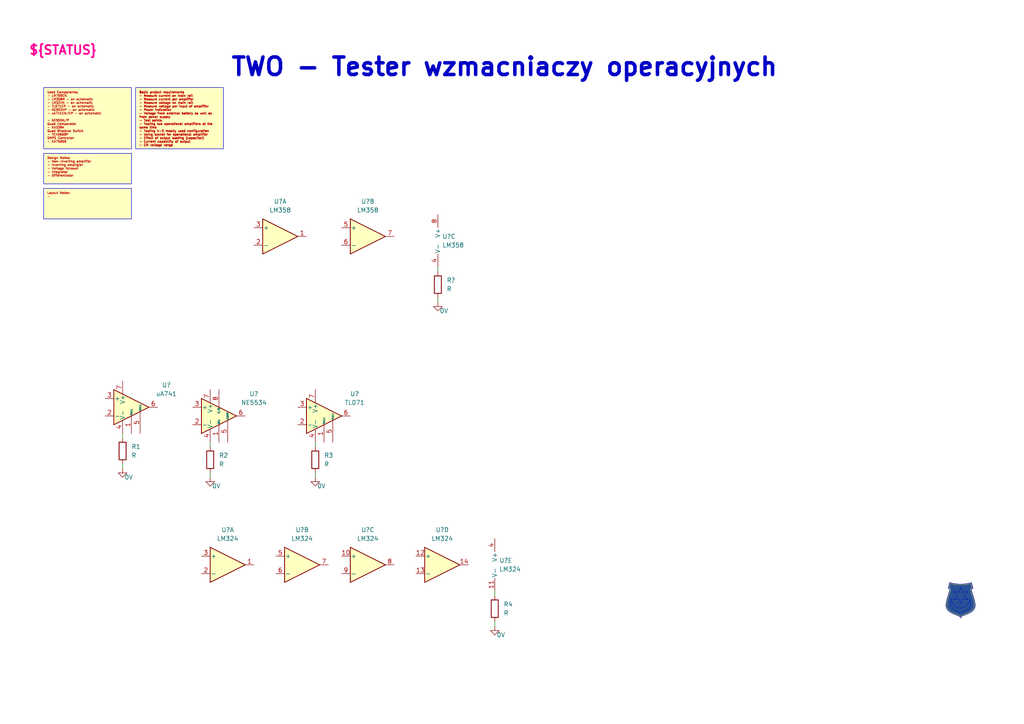
<source format=kicad_sch>
(kicad_sch (version 20250114) (generator "eeschema") (generator_version "9.0")
  (paper "A4")
  (title_block (title "${TITLE}") (date "2025-03-28") (rev "${REVISION}") (company "${COMPANY}"))
  (lib_symbols
    (symbol "Amplifier_Operational:LM324" (pin_names (offset 0.127))
      (property "Reference" "U" (at 0 5.08 0))
      (property "Value" "LM324" (at 0 -5.08 0))
      (symbol "LM324_1_1"
        (polyline (pts (xy -5.08 5.08) (xy 5.08 0) (xy -5.08 -5.08) (xy -5.08 5.08)) (stroke (width 0.254)) (fill (type background)))
        (pin input line (at -7.62 2.54 0) (length 2.54) (name "+") (number "3"))
        (pin input line (at -7.62 -2.54 0) (length 2.54) (name "-") (number "2"))
        (pin output line (at 7.62 0 180) (length 2.54) (name "~") (number "1"))
      )
      (symbol "LM324_2_1"
        (polyline (pts (xy -5.08 5.08) (xy 5.08 0) (xy -5.08 -5.08) (xy -5.08 5.08)) (stroke (width 0.254)) (fill (type background)))
        (pin input line (at -7.62 2.54 0) (length 2.54) (name "+") (number "5"))
        (pin input line (at -7.62 -2.54 0) (length 2.54) (name "-") (number "6"))
        (pin output line (at 7.62 0 180) (length 2.54) (name "~") (number "7"))
      )
      (symbol "LM324_3_1"
        (polyline (pts (xy -5.08 5.08) (xy 5.08 0) (xy -5.08 -5.08) (xy -5.08 5.08)) (stroke (width 0.254)) (fill (type background)))
        (pin input line (at -7.62 2.54 0) (length 2.54) (name "+") (number "10"))
        (pin input line (at -7.62 -2.54 0) (length 2.54) (name "-") (number "9"))
        (pin output line (at 7.62 0 180) (length 2.54) (name "~") (number "8"))
      )
      (symbol "LM324_4_1"
        (polyline (pts (xy -5.08 5.08) (xy 5.08 0) (xy -5.08 -5.08) (xy -5.08 5.08)) (stroke (width 0.254)) (fill (type background)))
        (pin input line (at -7.62 2.54 0) (length 2.54) (name "+") (number "12"))
        (pin input line (at -7.62 -2.54 0) (length 2.54) (name "-") (number "13"))
        (pin output line (at 7.62 0 180) (length 2.54) (name "~") (number "14"))
      )
      (symbol "LM324_5_1"
        (pin power_in line (at -2.54 7.62 270) (length 3.81) (name "V+") (number "4"))
        (pin power_in line (at -2.54 -7.62 90) (length 3.81) (name "V-") (number "11"))
      )
    )
    (symbol "Amplifier_Operational:LM358" (pin_names (offset 0.127))
      (property "Reference" "U" (at 0 5.08 0))
      (property "Value" "LM358" (at 0 -5.08 0))
      (symbol "LM358_1_1"
        (polyline (pts (xy -5.08 5.08) (xy 5.08 0) (xy -5.08 -5.08) (xy -5.08 5.08)) (stroke (width 0.254)) (fill (type background)))
        (pin input line (at -7.62 2.54 0) (length 2.54) (name "+") (number "3"))
        (pin input line (at -7.62 -2.54 0) (length 2.54) (name "-") (number "2"))
        (pin output line (at 7.62 0 180) (length 2.54) (name "~") (number "1"))
      )
      (symbol "LM358_2_1"
        (polyline (pts (xy -5.08 5.08) (xy 5.08 0) (xy -5.08 -5.08) (xy -5.08 5.08)) (stroke (width 0.254)) (fill (type background)))
        (pin input line (at -7.62 2.54 0) (length 2.54) (name "+") (number "5"))
        (pin input line (at -7.62 -2.54 0) (length 2.54) (name "-") (number "6"))
        (pin output line (at 7.62 0 180) (length 2.54) (name "~") (number "7"))
      )
      (symbol "LM358_3_1"
        (pin power_in line (at -2.54 7.62 270) (length 3.81) (name "V+") (number "8"))
        (pin power_in line (at -2.54 -7.62 90) (length 3.81) (name "V-") (number "4"))
      )
    )
    (symbol "Amplifier_Operational:LM741" (pin_names (offset 0.127))
      (property "Reference" "U" (at 0 6.35 0))
      (property "Value" "LM741" (at 0 3.81 0))
      (symbol "LM741_0_1"
        (polyline (pts (xy -5.08 5.08) (xy 5.08 0) (xy -5.08 -5.08) (xy -5.08 5.08)) (stroke (width 0.254)) (fill (type background)))
      )
      (symbol "LM741_1_1"
        (pin input line (at -7.62 2.54 0) (length 2.54) (name "+") (number "3"))
        (pin input line (at -7.62 -2.54 0) (length 2.54) (name "-") (number "2"))
        (pin power_in line (at -2.54 7.62 270) (length 3.81) (name "V+") (number "7"))
        (pin power_in line (at -2.54 -7.62 90) (length 3.81) (name "V-") (number "4"))
        (pin no_connect line (at 0 2.54 270) (length 2.54) (hide yes) (name "NC") (number "8"))
        (pin input line (at 0 -7.62 90) (length 5.08) (name "NULL") (number "1"))
        (pin input line (at 2.54 -7.62 90) (length 6.35) (name "NULL") (number "5"))
        (pin output line (at 7.62 0 180) (length 2.54) (name "~") (number "6"))
      )
    )
    (symbol "Amplifier_Operational:NE5534" (pin_names (offset 0.127))
      (property "Reference" "U" (at 1.27 6.35 0))
      (property "Value" "NE5534" (at 1.27 3.81 0))
      (symbol "NE5534_0_1"
        (polyline (pts (xy -5.08 5.08) (xy 5.08 0) (xy -5.08 -5.08) (xy -5.08 5.08)) (stroke (width 0.254)) (fill (type background)))
      )
      (symbol "NE5534_1_1"
        (pin input line (at -7.62 2.54 0) (length 2.54) (name "+") (number "3"))
        (pin input line (at -7.62 -2.54 0) (length 2.54) (name "-") (number "2"))
        (pin power_in line (at -2.54 7.62 270) (length 3.81) (name "V+") (number "7"))
        (pin power_in line (at -2.54 -7.62 90) (length 3.81) (name "V-") (number "4"))
        (pin input line (at 0 7.62 270) (length 5.08) (name "C/B") (number "8"))
        (pin input line (at 0 -7.62 90) (length 5.08) (name "BAL") (number "1"))
        (pin input line (at 2.54 -7.62 90) (length 6.35) (name "COMP") (number "5"))
        (pin output line (at 7.62 0 180) (length 2.54) (name "~") (number "6"))
      )
    )
    (symbol "Amplifier_Operational:TL071" (pin_names (offset 0.127))
      (property "Reference" "U" (at 0 6.35 0))
      (property "Value" "TL071" (at 0 3.81 0))
      (symbol "TL071_0_1"
        (polyline (pts (xy -5.08 5.08) (xy 5.08 0) (xy -5.08 -5.08) (xy -5.08 5.08)) (stroke (width 0.254)) (fill (type background)))
      )
      (symbol "TL071_1_1"
        (pin input line (at -7.62 2.54 0) (length 2.54) (name "+") (number "3"))
        (pin input line (at -7.62 -2.54 0) (length 2.54) (name "-") (number "2"))
        (pin power_in line (at -2.54 7.62 270) (length 3.81) (name "V+") (number "7"))
        (pin power_in line (at -2.54 -7.62 90) (length 3.81) (name "V-") (number "4"))
        (pin no_connect line (at 0 2.54 270) (length 2.54) (hide yes) (name "NC") (number "8"))
        (pin input line (at 0 -7.62 90) (length 5.08) (name "NULL") (number "1"))
        (pin input line (at 2.54 -7.62 90) (length 6.35) (name "NULL") (number "5"))
        (pin output line (at 7.62 0 180) (length 2.54) (name "~") (number "6"))
      )
    )
    (symbol "Device:R" (pin_numbers (hide yes)) (pin_names (offset 0))
      (property "Reference" "R" (at 2.032 0 90))
      (property "Value" "R" (at 0 0 90))
      (symbol "R_0_1"
        (rectangle (start -1.016 -2.54) (end 1.016 2.54) (stroke (width 0.254)))
      )
      (symbol "R_1_1"
        (pin passive line (at 0 3.81 270) (length 1.27) (name "~") (number "1"))
        (pin passive line (at 0 -3.81 90) (length 1.27) (name "~") (number "2"))
      )
    )
    (symbol "power:GND" (power) (pin_numbers (hide yes)) (pin_names (offset 0) (hide yes))
      (property "Value" "GND" (at 0 -3.81 0))
      (symbol "GND_0_1"
        (polyline (pts (xy 0 0) (xy 0 -1.27) (xy 1.27 -1.27) (xy 0 -2.54) (xy -1.27 -1.27) (xy 0 -1.27)))
      )
      (symbol "GND_1_1"
        (pin power_in line (at 0 0 270) (length 0) (name "~") (number "1"))
      )
    )
  )
  (polyline (pts (xy 279.0862 171.7717) (xy 280.7682 171.5327) (xy 279.5662 172.7277) (xy 280.7682 173.9234) (xy 279.0862 173.685) (xy 278.6048 175.1186) (xy 278.1248 173.685) (xy 276.4418 173.9234) (xy 277.6434 172.7277) (xy 276.4418 171.5327) (xy 278.1248 171.7717) (xy 278.6048 170.337) (xy 279.0862 171.7717)) (stroke (width 0.0079) (type solid)) (fill (type color) (color 255 215 0 1)))
  (polyline (pts (xy 281.6642 169.3669) (xy 281.7021 169.5228) (xy 281.7751 169.8354) (xy 281.8123 169.9914) (xy 281.8514 170.1469) (xy 281.8933 170.3013) (xy 281.9391 170.4545) (xy 281.9002 170.4667) (xy 281.8621 170.4817) (xy 281.8249 170.4993) (xy 281.7888 170.5195) (xy 281.7541 170.542) (xy 281.7209 170.5668) (xy 281.6894 170.5938) (xy 281.6599 170.6228) (xy 281.6325 170.6537) (xy 281.6075 170.6865) (xy 281.5851 170.7209) (xy 281.5749 170.7388) (xy 281.5654 170.757) (xy 281.5567 170.7756) (xy 281.5487 170.7945) (xy 281.5416 170.8137) (xy 281.5352 170.8333) (xy 281.5297 170.8532) (xy 281.5251 170.8734) (xy 281.5214 170.8939) (xy 281.5186 170.9146) (xy 281.5418 171.0817) (xy 281.5706 171.2476) (xy 281.6042 171.4125) (xy 281.6423 171.5765) (xy 281.7294 171.902) (xy 281.8275 172.2252) (xy 282.039 172.8679) (xy 282.1436 173.1894) (xy 282.2415 173.5121) (xy 282.3994 174.1231) (xy 282.4755 174.4325) (xy 282.51 174.588) (xy 282.541 174.7439) (xy 282.5678 174.9002) (xy 282.5895 175.0568) (xy 282.6052 175.2136) (xy 282.6142 175.3706) (xy 282.6157 175.5278) (xy 282.6088 175.6851) (xy 282.5927 175.8423) (xy 282.5666 175.9996) (xy 282.5441 176.0838) (xy 282.5179 176.1659) (xy 282.4881 176.2458) (xy 282.4548 176.3236) (xy 282.4182 176.3993) (xy 282.3785 176.473) (xy 282.3357 176.5447) (xy 282.2901 176.6144) (xy 282.1905 176.7481) (xy 282.0809 176.8743) (xy 281.9623 176.9935) (xy 281.8358 177.1058) (xy 281.7024 177.2117) (xy 281.5632 177.3113) (xy 281.4193 177.405) (xy 281.2717 177.4931) (xy 281.1214 177.5759) (xy 280.9696 177.6537) (xy 280.8174 177.7268) (xy 280.6656 177.7954) (xy 280.5416 177.8546) (xy 280.4157 177.9103) (xy 280.16 178.0143) (xy 279.6436 178.2122) (xy 279.3889 178.3175) (xy 279.2639 178.3742) (xy 279.1408 178.4346) (xy 279.0201 178.4993) (xy 278.9021 178.5691) (xy 278.7873 178.6447) (xy 278.676 178.7268) (xy 278.6682 178.7396) (xy 278.6604 178.7506) (xy 278.6526 178.76) (xy 278.6449 178.7677) (xy 278.6371 178.774) (xy 278.6293 178.7788) (xy 278.6216 178.7822) (xy 278.6138 178.7844) (xy 278.6061 178.7854) (xy 278.5983 178.7852) (xy 278.5905 178.784) (xy 278.5827 178.7819) (xy 278.5748 178.7788) (xy 278.567 178.7749) (xy 278.5591 178.7702) (xy 278.5511 178.7649) (xy 278.5351 178.7526) (xy 278.5189 178.7385) (xy 278.4857 178.7075) (xy 278.4687 178.6918) (xy 278.4514 178.6767) (xy 278.4337 178.663) (xy 278.4247 178.6568) (xy 278.4156 178.6512) (xy 278.2698 178.5609) (xy 278.1205 178.4772) (xy 277.9684 178.3992) (xy 277.8137 178.3259) (xy 277.4986 178.1903) (xy 277.1788 178.0634) (xy 276.8579 177.9379) (xy 276.5397 177.8068) (xy 276.3826 177.737) (xy 276.2275 177.6632) (xy 276.0748 177.5844) (xy 275.9251 177.4998) (xy 275.7951 177.4244) (xy 275.6668 177.3429) (xy 275.5413 177.2552) (xy 275.4194 177.1615) (xy 275.3021 177.062) (xy 275.1902 176.9567) (xy 275.0847 176.8458) (xy 274.9865 176.7293) (xy 274.8965 176.6075) (xy 274.8156 176.4804) (xy 274.7448 176.3481) (xy 274.7134 176.2801) (xy 274.6849 176.2109) (xy 274.6594 176.1404) (xy 274.6369 176.0687) (xy 274.6176 175.9958) (xy 274.6017 175.9217) (xy 274.5892 175.8465) (xy 274.5802 175.7701) (xy 274.5749 175.6925) (xy 274.5733 175.6139) (xy 274.5836 175.3329) (xy 274.6085 175.0547) (xy 274.6465 174.7789) (xy 274.6959 174.5053) (xy 274.7552 174.2335) (xy 274.8229 173.9632) (xy 274.977 173.4263) (xy 275.3171 172.3584) (xy 275.4781 171.8228) (xy 275.5508 171.5535) (xy 275.6163 171.283) (xy 275.63 171.2532) (xy 275.6419 171.223) (xy 275.6519 171.1922) (xy 275.6602 171.161) (xy 275.6668 171.1294) (xy 275.6716 171.0977) (xy 275.6747 171.0657) (xy 275.6761 171.0337) (xy 275.6759 171.0017) (xy 275.674 170.9698) (xy 275.6705 170.938) (xy 275.6654 170.9066) (xy 275.6587 170.8754) (xy 275.6505 170.8447) (xy 275.6407 170.8145) (xy 275.6295 170.7849) (xy 275.6167 170.756) (xy 275.6025 170.7278) (xy 275.5869 170.7005) (xy 275.5698 170.6741) (xy 275.5513 170.6487) (xy 275.5314 170.6245) (xy 275.5102 170.6014) (xy 275.4876 170.5796) (xy 275.4638 170.5591) (xy 275.4386 170.54) (xy 275.4121 170.5225) (xy 275.3845 170.5066) (xy 275.3555 170.4924) (xy 275.3254 170.4799) (xy 275.2941 170.4693) (xy 275.2616 170.4607) (xy 275.2945 170.3082) (xy 275.3304 170.1537) (xy 275.4084 169.8407) (xy 275.4892 169.5258) (xy 275.5667 169.213) (xy 275.9356 169.3134) (xy 276.3079 169.4005) (xy 276.6833 169.4743) (xy 277.0611 169.5347) (xy 277.4409 169.5818) (xy 277.8222 169.6156) (xy 278.2046 169.636) (xy 278.5874 169.643) (xy 278.9702 169.6367) (xy 279.3525 169.617) (xy 279.7338 169.5838) (xy 280.1136 169.5373) (xy 280.4915 169.4773) (xy 280.8668 169.4039) (xy 281.2391 169.317) (xy 281.6079 169.2167) (xy 281.624 169.2118) (xy 281.6642 169.3669)) (stroke (width 0.0714) (type solid) (color 255 215 0 1)))
  (polyline (pts (xy 275.4346 168.9299) (xy 275.4364 168.93) (xy 275.4382 168.9302) (xy 275.44 168.9305) (xy 275.4418 168.9309) (xy 275.4436 168.9313) (xy 275.8639 169.05) (xy 276.2711 169.1508) (xy 276.6677 169.234) (xy 277.0565 169.3002) (xy 277.4405 169.3496) (xy 277.8222 169.3827) (xy 278.2045 169.3999) (xy 278.5902 169.4017) (xy 278.6061 169.4019) (xy 278.6146 169.4018) (xy 278.6189 169.4018) (xy 278.6205 169.4018) (xy 278.6221 169.4018) (xy 278.6233 169.4019) (xy 278.6238 169.4019) (xy 278.6241 169.402) (xy 279.0094 169.4001) (xy 279.3914 169.3828) (xy 279.7729 169.3496) (xy 280.1567 169.3002) (xy 280.5455 169.234) (xy 280.9421 169.1508) (xy 281.3492 169.05) (xy 281.7695 168.9313) (xy 281.7713 168.9309) (xy 281.7731 168.9305) (xy 281.7749 168.9302) (xy 281.7767 168.93) (xy 281.7785 168.9299) (xy 281.7803 168.9298) (xy 281.7821 168.9299) (xy 281.7839 168.9301) (xy 281.7856 168.9303) (xy 281.7874 168.9306) (xy 281.7892 168.9311) (xy 281.7909 168.9316) (xy 281.7926 168.9322) (xy 281.7943 168.9329) (xy 281.7959 168.9336) (xy 281.7975 168.9345) (xy 281.7991 168.9355) (xy 281.8006 168.9365) (xy 281.8021 168.9376) (xy 281.8035 168.9387) (xy 281.8048 168.9399) (xy 281.806 168.9412) (xy 281.8072 168.9426) (xy 281.8084 168.944) (xy 281.8094 168.9454) (xy 281.8104 168.9469) (xy 281.8113 168.9485) (xy 281.8121 168.9501) (xy 281.8129 168.9517) (xy 281.8135 168.9534) (xy 281.8141 168.9551) (xy 281.8146 168.9569) (xy 282.2374 170.6399) (xy 282.2379 170.642) (xy 282.2382 170.644) (xy 282.2384 170.646) (xy 282.2385 170.648) (xy 282.2385 170.6501) (xy 282.2384 170.6521) (xy 282.2381 170.6541) (xy 282.2377 170.6561) (xy 282.2373 170.658) (xy 282.2367 170.66) (xy 282.236 170.6619) (xy 282.2352 170.6638) (xy 282.2343 170.6656) (xy 282.2333 170.6673) (xy 282.2322 170.6691) (xy 282.2309 170.6707) (xy 282.2296 170.6723) (xy 282.2282 170.6738) (xy 282.2268 170.6752) (xy 282.2252 170.6766) (xy 282.2236 170.6778) (xy 282.2219 170.6789) (xy 282.2202 170.68) (xy 282.2184 170.6809) (xy 282.2166 170.6817) (xy 282.2147 170.6825) (xy 282.2128 170.6831) (xy 282.2108 170.6836) (xy 282.2088 170.684) (xy 282.2068 170.6843) (xy 282.2047 170.6845) (xy 282.2027 170.6845) (xy 282.167 170.685) (xy 282.1331 170.6863) (xy 282.1009 170.6885) (xy 282.0704 170.6916) (xy 282.0416 170.6956) (xy 282.0144 170.7005) (xy 281.9888 170.7063) (xy 281.9648 170.7131) (xy 281.9424 170.7208) (xy 281.9317 170.725) (xy 281.9214 170.7294) (xy 281.9115 170.7341) (xy 281.902 170.739) (xy 281.8929 170.7442) (xy 281.8841 170.7496) (xy 281.8757 170.7552) (xy 281.8676 170.7611) (xy 281.8599 170.7672) (xy 281.8526 170.7736) (xy 281.8456 170.7802) (xy 281.8389 170.787) (xy 281.8326 170.7941) (xy 281.8267 170.8015) (xy 281.8146 170.8187) (xy 281.8041 170.8375) (xy 281.7951 170.8577) (xy 281.7875 170.8794) (xy 281.7815 170.9027) (xy 281.777 170.9276) (xy 281.774 170.954) (xy 281.7725 170.9822) (xy 281.7725 171.012) (xy 281.774 171.0435) (xy 281.777 171.0768) (xy 281.7815 171.1119) (xy 281.7875 171.1488) (xy 281.795 171.1875) (xy 281.804 171.2281) (xy 281.8145 171.2706) (xy 281.8582 171.4349) (xy 281.9045 171.6002) (xy 282.0028 171.9323) (xy 282.1061 172.2641) (xy 282.211 172.5931) (xy 282.4518 173.362) (xy 282.5636 173.7498) (xy 282.6642 174.1389) (xy 282.709 174.3338) (xy 282.7495 174.5287) (xy 282.7852 174.7237) (xy 282.8155 174.9186) (xy 282.84 175.1134) (xy 282.8581 175.3079) (xy 282.8694 175.5022) (xy 282.8732 175.696) (xy 282.8732 175.6968) (xy 282.8732 175.6976) (xy 282.8732 175.6983) (xy 282.8732 175.699) (xy 282.859 175.8265) (xy 282.8384 175.951) (xy 282.8111 176.0728) (xy 282.7771 176.1917) (xy 282.7365 176.3079) (xy 282.6892 176.4214) (xy 282.6352 176.5323) (xy 282.5745 176.6405) (xy 282.5069 176.7462) (xy 282.4326 176.8494) (xy 282.3514 176.9501) (xy 282.2634 177.0484) (xy 282.1685 177.1444) (xy 282.0666 177.238) (xy 281.9578 177.3294) (xy 281.842 177.4185) (xy 281.7382 177.4925) (xy 281.6317 177.5635) (xy 281.5228 177.6317) (xy 281.4119 177.6971) (xy 281.2991 177.7601) (xy 281.1849 177.8206) (xy 280.9532 177.935) (xy 280.7192 178.0417) (xy 280.4854 178.1418) (xy 280.0279 178.3271) (xy 279.7465 178.4401) (xy 279.6131 178.4951) (xy 279.4855 178.5495) (xy 279.3644 178.6036) (xy 279.2503 178.6578) (xy 279.144 178.7124) (xy 279.0461 178.7676) (xy 279.0005 178.7956) (xy 278.9572 178.8238) (xy 278.9164 178.8524) (xy 278.8781 178.8814) (xy 278.8424 178.9107) (xy 278.8094 178.9405) (xy 278.7791 178.9708) (xy 278.7516 179.0016) (xy 278.7271 179.0329) (xy 278.7056 179.0649) (xy 278.6871 179.0975) (xy 278.6719 179.1307) (xy 278.6599 179.1647) (xy 278.6512 179.1995) (xy 278.6459 179.235) (xy 278.6441 179.2714) (xy 278.6441 179.2732) (xy 278.644 179.275) (xy 278.6437 179.2768) (xy 278.6434 179.2785) (xy 278.643 179.2802) (xy 278.6426 179.2818) (xy 278.642 179.2834) (xy 278.6414 179.285) (xy 278.6407 179.2866) (xy 278.6399 179.288) (xy 278.6391 179.2895) (xy 278.6382 179.2909) (xy 278.6372 179.2922) (xy 278.6362 179.2935) (xy 278.6351 179.2948) (xy 278.6339 179.296) (xy 278.6327 179.2971) (xy 278.6314 179.2982) (xy 278.6301 179.2992) (xy 278.6287 179.3002) (xy 278.6273 179.3011) (xy 278.6258 179.3019) (xy 278.6243 179.3027) (xy 278.6228 179.3034) (xy 278.6212 179.304) (xy 278.6196 179.3046) (xy 278.6179 179.3051) (xy 278.6162 179.3055) (xy 278.6145 179.3058) (xy 278.6127 179.306) (xy 278.6109 179.3062) (xy 278.6091 179.3063) (xy 278.609 179.3063) (xy 278.6088 179.3063) (xy 278.6087 179.3063) (xy 278.6085 179.3063) (xy 278.6082 179.3062) (xy 278.6079 179.3062) (xy 278.6075 179.3061) (xy 278.6072 179.3061) (xy 278.6069 179.306) (xy 278.6067 179.306) (xy 278.6065 179.306) (xy 278.6064 179.306) (xy 278.6062 179.306) (xy 278.6059 179.3061) (xy 278.6053 179.3062) (xy 278.605 179.3062) (xy 278.6046 179.3063) (xy 278.6045 179.3063) (xy 278.6043 179.3063) (xy 278.6041 179.3063) (xy 278.604 179.3063) (xy 278.6022 179.3062) (xy 278.6004 179.306) (xy 278.5986 179.3058) (xy 278.5969 179.3055) (xy 278.5952 179.3051) (xy 278.5935 179.3046) (xy 278.5919 179.304) (xy 278.5903 179.3034) (xy 278.5888 179.3027) (xy 278.5873 179.3019) (xy 278.5858 179.3011) (xy 278.5844 179.3002) (xy 278.583 179.2992) (xy 278.5817 179.2982) (xy 278.5804 179.2971) (xy 278.5792 179.296) (xy 278.5781 179.2948) (xy 278.577 179.2935) (xy 278.5759 179.2922) (xy 278.575 179.2909) (xy 278.5741 179.2895) (xy 278.5732 179.288) (xy 278.5725 179.2866) (xy 278.5718 179.285) (xy 278.5711 179.2834) (xy 278.5706 179.2818) (xy 278.5701 179.2802) (xy 278.5697 179.2785) (xy 278.5694 179.2768) (xy 278.5692 179.275) (xy 278.5691 179.2732) (xy 278.569 179.2714) (xy 278.5673 179.235) (xy 278.562 179.1995) (xy 278.5533 179.1647) (xy 278.5413 179.1307) (xy 278.526 179.0975) (xy 278.5076 179.0649) (xy 278.4861 179.0329) (xy 278.4615 179.0016) (xy 278.4038 178.9405) (xy 278.3351 178.8814) (xy 278.2559 178.8238) (xy 278.1671 178.7676) (xy 278.0692 178.7124) (xy 277.9628 178.6578) (xy 277.8488 178.6036) (xy 277.7276 178.5495) (xy 277.4667 178.4401) (xy 277.1852 178.3271) (xy 276.7277 178.1418) (xy 276.4939 178.0417) (xy 276.2599 177.935) (xy 276.0282 177.8206) (xy 275.9139 177.7601) (xy 275.8012 177.6971) (xy 275.6902 177.6317) (xy 275.5813 177.5635) (xy 275.4749 177.4925) (xy 275.3711 177.4185) (xy 275.2553 177.3294) (xy 275.1465 177.238) (xy 275.0446 177.1444) (xy 274.9497 177.0484) (xy 274.8617 176.9501) (xy 274.7805 176.8494) (xy 274.7062 176.7462) (xy 274.6386 176.6405) (xy 274.5779 176.5323) (xy 274.5239 176.4214) (xy 274.4766 176.3079) (xy 274.436 176.1917) (xy 274.4021 176.0728) (xy 274.3748 175.951) (xy 274.3541 175.8265) (xy 274.34 175.699) (xy 274.34 175.6987) (xy 274.3399 175.6983) (xy 274.3399 175.6979) (xy 274.3399 175.6976) (xy 274.3399 175.6972) (xy 274.3399 175.6968) (xy 274.3398 175.696) (xy 274.3437 175.5022) (xy 274.3549 175.3079) (xy 274.3731 175.1134) (xy 274.3975 174.9186) (xy 274.4279 174.7237) (xy 274.4636 174.5287) (xy 274.5041 174.3338) (xy 274.5489 174.1389) (xy 274.6495 173.7498) (xy 274.7613 173.362) (xy 275.0022 172.5931) (xy 275.107 172.2641) (xy 275.2102 171.9323) (xy 275.3086 171.6002) (xy 275.3548 171.4349) (xy 275.3986 171.2706) (xy 275.4091 171.2281) (xy 275.4181 171.1875) (xy 275.4256 171.1488) (xy 275.4316 171.1119) (xy 275.4361 171.0768) (xy 275.4391 171.0435) (xy 275.4406 171.012) (xy 275.4406 170.9822) (xy 275.4391 170.954) (xy 275.4361 170.9276) (xy 275.4316 170.9027) (xy 275.4256 170.8794) (xy 275.422 170.8683) (xy 275.4181 170.8577) (xy 275.4137 170.8474) (xy 275.409 170.8375) (xy 275.4039 170.8279) (xy 275.3985 170.8187) (xy 275.3926 170.8099) (xy 275.3864 170.8015) (xy 275.3742 170.787) (xy 275.3605 170.7736) (xy 275.3455 170.7611) (xy 275.329 170.7496) (xy 275.3111 170.739) (xy 275.2917 170.7294) (xy 275.2708 170.7208) (xy 275.2483 170.7131) (xy 275.2243 170.7063) (xy 275.1987 170.7005) (xy 275.1715 170.6956) (xy 275.1426 170.6916) (xy 275.1121 170.6885) (xy 275.0799 170.6863) (xy 275.046 170.685) (xy 275.0104 170.6845) (xy 275.0083 170.6845) (xy 275.0063 170.6843) (xy 275.0043 170.684) (xy 275.0023 170.6836) (xy 275.0003 170.6831) (xy 274.9984 170.6825) (xy 274.9965 170.6817) (xy 274.9947 170.6809) (xy 274.9929 170.68) (xy 274.9912 170.6789) (xy 274.9895 170.6778) (xy 274.9879 170.6766) (xy 274.9863 170.6752) (xy 274.9849 170.6738) (xy 274.9835 170.6723) (xy 274.9821 170.6707) (xy 274.9809 170.6691) (xy 274.9798 170.6673) (xy 274.9788 170.6656) (xy 274.9779 170.6638) (xy 274.9771 170.6619) (xy 274.9764 170.66) (xy 274.9758 170.658) (xy 274.9753 170.6561) (xy 274.975 170.6541) (xy 274.9747 170.6521) (xy 274.9746 170.6501) (xy 274.9746 170.648) (xy 274.9747 170.646) (xy 274.9749 170.644) (xy 274.9752 170.642) (xy 274.9757 170.6399) (xy 275.3985 168.9569) (xy 275.399 168.9551) (xy 275.3996 168.9534) (xy 275.4002 168.9517) (xy 275.401 168.9501) (xy 275.4018 168.9485) (xy 275.4027 168.9469) (xy 275.4037 168.9454) (xy 275.4047 168.944) (xy 275.4059 168.9426) (xy 275.4071 168.9412) (xy 275.4083 168.9399) (xy 275.4097 168.9387) (xy 275.411 168.9376) (xy 275.4125 168.9365) (xy 275.414 168.9355) (xy 275.4156 168.9345) (xy 275.4172 168.9336) (xy 275.4188 168.9329) (xy 275.4205 168.9322) (xy 275.4222 168.9316) (xy 275.424 168.9311) (xy 275.4257 168.9306) (xy 275.4275 168.9303) (xy 275.4293 168.9301) (xy 275.431 168.9299) (xy 275.4328 168.9298) (xy 275.4346 168.9299)) (stroke (width 0.0396) (type solid)) (fill (type color) (color 40 83 152 1)))
  (polyline (pts (xy 281.369 173.6593) (xy 281.4046 173.7725) (xy 281.4358 173.8876) (xy 281.4624 174.0045) (xy 281.4845 174.1231) (xy 281.5018 174.2434) (xy 281.5143 174.3652) (xy 281.5219 174.4884) (xy 281.5244 174.6129) (xy 281.5206 174.7646) (xy 281.5094 174.9142) (xy 281.491 175.0617) (xy 281.4655 175.2068) (xy 281.4331 175.3493) (xy 281.394 175.4892) (xy 281.3484 175.6261) (xy 281.2965 175.7599) (xy 281.2384 175.8904) (xy 281.1743 176.0175) (xy 281.1045 176.1409) (xy 281.029 176.2604) (xy 280.9481 176.376) (xy 280.862 176.4873) (xy 280.7708 176.5942) (xy 280.6748 176.6965) (xy 280.574 176.7941) (xy 280.4688 176.8867) (xy 280.3592 176.9742) (xy 280.2455 177.0563) (xy 280.1278 177.133) (xy 280.0063 177.2039) (xy 279.8812 177.269) (xy 279.7527 177.328) (xy 279.621 177.3808) (xy 279.4862 177.4271) (xy 279.3485 177.4668) (xy 279.2082 177.4997) (xy 279.0653 177.5256) (xy 278.9201 177.5444) (xy 278.7728 177.5557) (xy 278.6235 177.5596) (xy 278.4743 177.5557) (xy 278.3269 177.5444) (xy 278.1818 177.5256) (xy 278.0389 177.4997) (xy 277.8986 177.4668) (xy 277.7609 177.4271) (xy 277.6261 177.3808) (xy 277.4944 177.328) (xy 277.3659 177.269) (xy 277.2408 177.2039) (xy 277.1194 177.133) (xy 277.0017 177.0563) (xy 276.8879 176.9742) (xy 276.7784 176.8867) (xy 276.6731 176.7941) (xy 276.5724 176.6965) (xy 276.4763 176.5942) (xy 276.3851 176.4873) (xy 276.299 176.376) (xy 276.2181 176.2604) (xy 276.1427 176.1409) (xy 276.0728 176.0175) (xy 276.0088 175.8904) (xy 275.9507 175.7599) (xy 275.8987 175.6261) (xy 275.8531 175.4892) (xy 275.814 175.3493) (xy 275.7817 175.2068) (xy 275.7561 175.0617) (xy 275.7377 174.9142) (xy 275.7265 174.7646) (xy 275.7227 174.6129) (xy 275.7234 174.5505) (xy 275.7253 174.4884) (xy 275.7284 174.4266) (xy 275.7328 174.3652) (xy 275.7385 174.3041) (xy 275.7453 174.2434) (xy 275.7626 174.1231) (xy 275.7847 174.0045) (xy 275.8113 173.8876) (xy 275.8425 173.7725) (xy 275.8781 173.6593) (xy 275.9002 173.8021) (xy 275.9278 173.9426) (xy 275.9606 174.0808) (xy 275.9985 174.2164) (xy 276.0415 174.3492) (xy 276.0893 174.4792) (xy 276.1419 174.6063) (xy 276.1991 174.7301) (xy 276.2609 174.8507) (xy 276.3269 174.9678) (xy 276.3972 175.0813) (xy 276.4717 175.191) (xy 276.5501 175.2969) (xy 276.6323 175.3987) (xy 276.7183 175.4963) (xy 276.8078 175.5895) (xy 276.9009 175.6783) (xy 276.9972 175.7624) (xy 277.0968 175.8417) (xy 277.1994 175.9161) (xy 277.3049 175.9854) (xy 277.4133 176.0494) (xy 277.5244 176.1081) (xy 277.638 176.1612) (xy 277.7541 176.2086) (xy 277.8724 176.2502) (xy 277.9929 176.2858) (xy 278.1155 176.3152) (xy 278.24 176.3384) (xy 278.3662 176.3551) (xy 278.4941 176.3653) (xy 278.6235 176.3687) (xy 278.753 176.3653) (xy 278.8809 176.3551) (xy 279.0071 176.3384) (xy 279.1316 176.3152) (xy 279.2541 176.2858) (xy 279.3747 176.2502) (xy 279.493 176.2086) (xy 279.6091 176.1612) (xy 279.7227 176.1081) (xy 279.8338 176.0494) (xy 279.9421 175.9854) (xy 280.0477 175.9161) (xy 280.1503 175.8417) (xy 280.2499 175.7624) (xy 280.3462 175.6783) (xy 280.4393 175.5895) (xy 280.5288 175.4963) (xy 280.6148 175.3987) (xy 280.697 175.2969) (xy 280.7754 175.191) (xy 280.8498 175.0813) (xy 280.9202 174.9678) (xy 280.9862 174.8507) (xy 281.0479 174.7301) (xy 281.1052 174.6063) (xy 281.1578 174.4792) (xy 281.2056 174.3492) (xy 281.2486 174.2164) (xy 281.2865 174.0808) (xy 281.3193 173.9426) (xy 281.3469 173.8021) (xy 281.369 173.6593) (xy 281.369 173.6593)) (stroke (width 0.0079) (type solid)) (fill (type color) (color 255 215 0 1)))
  (text "TWO - Tester wzmacniaczy operacyjnych" (at 146.304 19.558 0) (effects (font (size 5.08 5.08) (thickness 1.016) (bold yes))))
  (text "${STATUS}" (at 18.288 14.732 0) (effects (font (size 2.54 2.54) (thickness 0.508) (bold yes))))
  (text_box "Basic project requirements\n- Measure current on main rail\n- Measure current per amplifier\n- Measure voltage on main rail\n- Measure votlage per input of amplifier\n- Power indication\n- Voltage from external battery as well as from power supply\n- Test points\n- Testing two operational amplifiers at the same time\n- Testing 4-5 mostly used configuration\n- Using socket for operational amplifier\n- Effect of output loading (capacitor)\n- Current capability of output\n- CM voltage range" (at 39.37 25.4 0) (size 25.4 17.78) (margins 0.9525 0.9525 0.9525 0.9525) (fill (type color) (color 255 255 194 1)) (effects (font (size 0.635 0.635) (thickness 0.508) (bold yes)) (justify left top)))
  (text_box "Design Notes:\n- Non-inverting amplifier\n- Inverting ampligier\n- Voltage follower\n- Integrator\n- Differentiator" (at 12.7 44.45 0) (size 25.4 8.89) (margins 0.9525 0.9525 0.9525 0.9525) (fill (type color) (color 255 255 194 1)) (effects (font (size 0.635 0.635) (thickness 0.127) (bold yes)) (justify left top)))
  (text_box "Used Components:\n- LM709CN\n- LM358M - on schematic\n- LM324N - on schematic\n- TL071CP - on schematic\n- NE5534P - on schematic\n- uA741CN/CP - on schematic\n\n- NE555N/P\nQuad Comparator\n- KA339A\nQuad Bilateral Switch\n- TC4066BP\nSMPS Controller\n- KA7500B" (at 12.7 25.4 0) (size 25.4 17.78) (margins 0.9525 0.9525 0.9525 0.9525) (fill (type color) (color 255 255 194 1)) (effects (font (size 0.635 0.635) (thickness 0.127) (bold yes)) (justify left top)))
  (text_box "Layout Notes:\n- " (at 12.7 54.61 0) (size 25.4 8.89) (margins 0.9525 0.9525 0.9525 0.9525) (fill (type color) (color 255 255 194 1)) (effects (font (size 0.635 0.635) (thickness 0.127) (bold yes)) (justify left top)))
  (wire (pts (xy 91.44 137.16) (xy 91.44 138.43)))
  (wire (pts (xy 143.51 171.45) (xy 143.51 172.72)))
  (wire (pts (xy 60.96 137.16) (xy 60.96 138.43)))
  (wire (pts (xy 127 77.47) (xy 127 78.74)))
  (wire (pts (xy 35.56 134.62) (xy 35.56 135.89)))
  (wire (pts (xy 91.44 128.27) (xy 91.44 129.54)))
  (wire (pts (xy 127 86.36) (xy 127 87.63)))
  (wire (pts (xy 143.51 180.34) (xy 143.51 181.61)))
  (wire (pts (xy 35.56 125.73) (xy 35.56 127)))
  (wire (pts (xy 60.96 128.27) (xy 60.96 129.54)))
  (symbol (lib_id "Amplifier_Operational:LM324") (at 106.68 163.83 0) (unit 3)
    (property "Reference" "U?" (at 106.68 153.67 0))
    (property "Value" "LM324" (at 106.68 156.21 0))
    (property "Datasheet" "http://www.ti.com/lit/ds/symlink/lm2902-n.pdf" (effects (hide yes)))
    (property "Description" "Low-Power, Quad-Operational Amplifiers, DIP-14/SOIC-14/SSOP-14" (effects (hide yes)))
  )
  (symbol (lib_id "power:GND") (at 127 87.63 0) (unit 1)
    (property "Reference" "#PWR0101" (effects (hide yes)))
    (property "Value" "0V" (at 128.778 90.17 0))
    (property "Description" "Power symbol creates a global label with name \"GND\" , ground" (effects (hide yes)))
  )
  (symbol (lib_id "power:GND") (at 35.56 135.89 0) (unit 1)
    (property "Reference" "#PWR0102" (effects (hide yes)))
    (property "Value" "0V" (at 37.338 138.43 0))
    (property "Description" "Power symbol creates a global label with name \"GND\" , ground" (effects (hide yes)))
  )
  (symbol (lib_id "Amplifier_Operational:LM324") (at 66.04 163.83 0) (unit 1)
    (property "Reference" "U?" (at 66.04 153.67 0))
    (property "Value" "LM324" (at 66.04 156.21 0))
    (property "Datasheet" "http://www.ti.com/lit/ds/symlink/lm2902-n.pdf" (effects (hide yes)))
    (property "Description" "Low-Power, Quad-Operational Amplifiers, DIP-14/SOIC-14/SSOP-14" (effects (hide yes)))
  )
  (symbol (lib_id "Device:R") (at 91.44 133.35 0) (unit 1)
    (property "Reference" "R3" (at 93.98 132.0799 0) (effects (justify left)))
    (property "Value" "R" (at 93.98 134.6199 0) (effects (justify left)))
    (property "Description" "Resistor" (effects (hide yes)))
  )
  (symbol (lib_id "Amplifier_Operational:NE5534") (at 63.5 120.65 0) (unit 1)
    (property "Reference" "U?" (at 73.66 114.2298 0))
    (property "Value" "NE5534" (at 73.66 116.7698 0))
    (property "Datasheet" "http://www.ti.com/lit/ds/symlink/ne5534.pdf" (effects (hide yes)))
    (property "Description" "Single Low-Noise Operational Amplifiers, DIP-8/SOIC-8" (effects (hide yes)))
  )
  (symbol (lib_id "power:GND") (at 60.96 138.43 0) (unit 1)
    (property "Reference" "#PWR0103" (effects (hide yes)))
    (property "Value" "0V" (at 62.738 140.97 0))
    (property "Description" "Power symbol creates a global label with name \"GND\" , ground" (effects (hide yes)))
  )
  (symbol (lib_id "power:GND") (at 143.51 181.61 0) (unit 1)
    (property "Reference" "#PWR0105" (effects (hide yes)))
    (property "Value" "0V" (at 145.288 184.15 0))
    (property "Description" "Power symbol creates a global label with name \"GND\" , ground" (effects (hide yes)))
  )
  (symbol (lib_id "Amplifier_Operational:LM324") (at 146.05 163.83 0) (unit 5)
    (property "Reference" "U?" (at 144.78 162.5599 0) (effects (justify left)))
    (property "Value" "LM324" (at 144.78 165.0999 0) (effects (justify left)))
    (property "Datasheet" "http://www.ti.com/lit/ds/symlink/lm2902-n.pdf" (effects (hide yes)))
    (property "Description" "Low-Power, Quad-Operational Amplifiers, DIP-14/SOIC-14/SSOP-14" (effects (hide yes)))
  )
  (symbol (lib_id "Amplifier_Operational:LM324") (at 87.63 163.83 0) (unit 2)
    (property "Reference" "U?" (at 87.63 153.67 0))
    (property "Value" "LM324" (at 87.63 156.21 0))
    (property "Datasheet" "http://www.ti.com/lit/ds/symlink/lm2902-n.pdf" (effects (hide yes)))
    (property "Description" "Low-Power, Quad-Operational Amplifiers, DIP-14/SOIC-14/SSOP-14" (effects (hide yes)))
  )
  (symbol (lib_id "Device:R") (at 35.56 130.81 0) (unit 1)
    (property "Reference" "R1" (at 38.1 129.5399 0) (effects (justify left)))
    (property "Value" "R" (at 38.1 132.0799 0) (effects (justify left)))
    (property "Description" "Resistor" (effects (hide yes)))
  )
  (symbol (lib_id "Amplifier_Operational:LM741") (at 38.1 118.11 0) (unit 1)
    (property "Reference" "U?" (at 48.26 111.6898 0))
    (property "Value" "uA741" (at 48.26 114.2298 0))
    (property "Datasheet" "http://www.ti.com/lit/ds/symlink/lm741.pdf" (effects (hide yes)))
    (property "Description" "Operational Amplifier, DIP-8/TO-99-8" (effects (hide yes)))
  )
  (symbol (lib_id "Device:R") (at 127 82.55 0) (unit 1)
    (property "Reference" "R?" (at 129.54 81.2799 0) (effects (justify left)))
    (property "Value" "R" (at 129.54 83.8199 0) (effects (justify left)))
    (property "Description" "Resistor" (effects (hide yes)))
  )
  (symbol (lib_id "Device:R") (at 143.51 176.53 0) (unit 1)
    (property "Reference" "R4" (at 146.05 175.2599 0) (effects (justify left)))
    (property "Value" "R" (at 146.05 177.7999 0) (effects (justify left)))
    (property "Description" "Resistor" (effects (hide yes)))
  )
  (symbol (lib_id "Amplifier_Operational:LM358") (at 81.28 68.58 0) (unit 1)
    (property "Reference" "U?" (at 81.28 58.42 0))
    (property "Value" "LM358" (at 81.28 60.96 0))
    (property "Footprint" "Package_DIP:DIP-8_W7.62mm_Socket" (effects (hide yes)))
    (property "Datasheet" "http://www.ti.com/lit/ds/symlink/lm2904-n.pdf" (effects (hide yes)))
    (property "Description" "Low-Power, Dual Operational Amplifiers, DIP-8/SOIC-8/TO-99-8" (effects (hide yes)))
  )
  (symbol (lib_id "Amplifier_Operational:LM358") (at 129.54 69.85 0) (unit 3)
    (property "Reference" "U?" (at 128.27 68.5799 0) (effects (justify left)))
    (property "Value" "LM358" (at 128.27 71.1199 0) (effects (justify left)))
    (property "Footprint" "Package_DIP:DIP-8_W7.62mm_Socket" (effects (hide yes)))
    (property "Datasheet" "http://www.ti.com/lit/ds/symlink/lm2904-n.pdf" (effects (hide yes)))
    (property "Description" "Low-Power, Dual Operational Amplifiers, DIP-8/SOIC-8/TO-99-8" (effects (hide yes)))
  )
  (symbol (lib_id "Amplifier_Operational:TL071") (at 93.98 120.65 0) (unit 1)
    (property "Reference" "U?" (at 102.87 114.2298 0))
    (property "Value" "TL071" (at 102.87 116.7698 0))
    (property "Datasheet" "http://www.ti.com/lit/ds/symlink/tl071.pdf" (effects (hide yes)))
    (property "Description" "Single Low-Noise JFET-Input Operational Amplifiers, DIP-8/SOIC-8" (effects (hide yes)))
  )
  (symbol (lib_id "Amplifier_Operational:LM324") (at 128.27 163.83 0) (unit 4)
    (property "Reference" "U?" (at 128.27 153.67 0))
    (property "Value" "LM324" (at 128.27 156.21 0))
    (property "Datasheet" "http://www.ti.com/lit/ds/symlink/lm2902-n.pdf" (effects (hide yes)))
    (property "Description" "Low-Power, Quad-Operational Amplifiers, DIP-14/SOIC-14/SSOP-14" (effects (hide yes)))
  )
  (symbol (lib_id "power:GND") (at 91.44 138.43 0) (unit 1)
    (property "Reference" "#PWR0104" (effects (hide yes)))
    (property "Value" "0V" (at 93.218 140.97 0))
    (property "Description" "Power symbol creates a global label with name \"GND\" , ground" (effects (hide yes)))
  )
  (symbol (lib_id "Amplifier_Operational:LM358") (at 106.68 68.58 0) (unit 2)
    (property "Reference" "U?" (at 106.68 58.42 0))
    (property "Value" "LM358" (at 106.68 60.96 0))
    (property "Footprint" "Package_DIP:DIP-8_W7.62mm_Socket" (effects (hide yes)))
    (property "Datasheet" "http://www.ti.com/lit/ds/symlink/lm2904-n.pdf" (effects (hide yes)))
    (property "Description" "Low-Power, Dual Operational Amplifiers, DIP-8/SOIC-8/TO-99-8" (effects (hide yes)))
  )
  (symbol (lib_id "Device:R") (at 60.96 133.35 0) (unit 1)
    (property "Reference" "R2" (at 63.5 132.0799 0) (effects (justify left)))
    (property "Value" "R" (at 63.5 134.6199 0) (effects (justify left)))
    (property "Description" "Resistor" (effects (hide yes)))
  )
)
</source>
